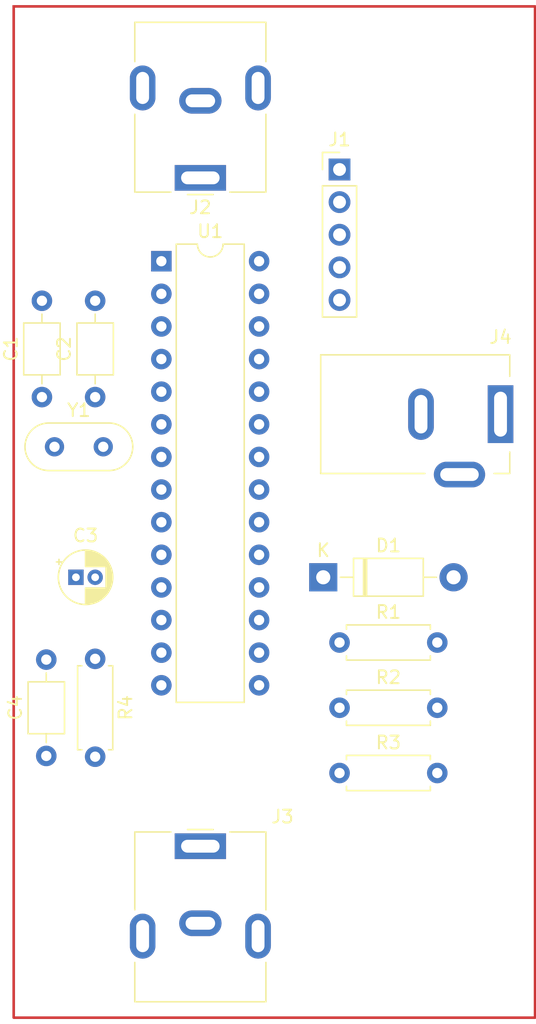
<source format=kicad_pcb>
(kicad_pcb (version 20221018) (generator pcbnew)
  (layers (0 "F.Cu" signal) (31 "B.Cu" signal) (34 "B.Paste" user) (35 "F.Paste" user) (36 "B.SilkS" user "B.Silkscreen") (37 "F.SilkS" user "F.Silkscreen") (38 "B.Mask" user) (39 "F.Mask" user) (44 "Edge.Cuts" user))
  (net 0 "")
  (net 1 "Net-(U1-XTAL2{slash}PB7)")
  (net 2 "Net-(J2-Ext)")
  (net 3 "Net-(U1-XTAL1{slash}PB6)")
  (net 4 "Net-(U1-PD5)")
  (net 5 "Net-(C3-Pad2)")
  (net 6 "Net-(C4-Pad1)")
  (net 7 "Net-(D1-K)")
  (net 8 "Net-(D1-A)")
  (net 9 "Net-(J1-Pin_1)")
  (net 10 "Net-(J1-Pin_2)")
  (net 11 "Net-(J1-Pin_3)")
  (net 12 "Net-(J1-Pin_4)")
  (net 13 "Net-(J1-Pin_5)")
  (net 14 "Net-(J2-In)")
  (net 15 "Net-(J3-In)")
  (net 16 "Net-(U1-AVCC)")
  (footprint "Capacitor_THT:C_Axial_L3.8mm_D2.6mm_P7.50mm_Horizontal" (layer "F.Cu") (at 121.92 97.73 90)
    (fp_text reference "C2" (at 3.75 -2.42 90) (layer "F.SilkS"))
    (fp_text value "22pF")
    (fp_line (start 1.04 0) (end 1.73 0) (stroke (width 0.12)) (layer "F.SilkS"))
    (fp_line (start 1.73 -1.42) (end 1.73 1.42) (stroke (width 0.12)) (layer "F.SilkS"))
    (fp_line (start 1.73 1.42) (end 5.77 1.42) (stroke (width 0.12)) (layer "F.SilkS"))
    (fp_line (start 5.77 -1.42) (end 1.73 -1.42) (stroke (width 0.12)) (layer "F.SilkS"))
    (fp_line (start 5.77 1.42) (end 5.77 -1.42) (stroke (width 0.12)) (layer "F.SilkS"))
    (fp_line (start 6.46 0) (end 5.77 0) (stroke (width 0.12)) (layer "F.SilkS"))
    (pad "1" thru_hole circle (at 0 0 90) (size 1.6 1.6) (drill 0.8) (layers "*.Cu" "*.Mask") (net 3 "Net-(U1-XTAL1{slash}PB6)"))
    (pad "2" thru_hole oval (at 7.5 0 90) (size 1.6 1.6) (drill 0.8) (layers "*.Cu" "*.Mask") (net 2 "Net-(J2-Ext)"))
  )
  (footprint "Connector_BarrelJack:BarrelJack_CUI_PJ-063AH_Horizontal" (layer "F.Cu") (at 130.12 132.7)
    (fp_text reference "J3" (at 6.41 -2.3) (layer "F.SilkS"))
    (fp_text value "audio out")
    (fp_line (start -5.11 -1.11) (end -2.3 -1.11) (stroke (width 0.12)) (layer "F.SilkS"))
    (fp_line (start -5.11 4.95) (end -5.11 -1.11) (stroke (width 0.12)) (layer "F.SilkS"))
    (fp_line (start -5.11 12.11) (end -5.11 9.05) (stroke (width 0.12)) (layer "F.SilkS"))
    (fp_line (start -1 -1.3) (end 1 -1.3) (stroke (width 0.12)) (layer "F.SilkS"))
    (fp_line (start 2.3 -1.11) (end 5.11 -1.11) (stroke (width 0.12)) (layer "F.SilkS"))
    (fp_line (start 5.11 -1.11) (end 5.11 4.95) (stroke (width 0.12)) (layer "F.SilkS"))
    (fp_line (start 5.11 9.05) (end 5.11 12.11) (stroke (width 0.12)) (layer "F.SilkS"))
    (fp_line (start 5.11 12.11) (end -5.11 12.11) (stroke (width 0.12)) (layer "F.SilkS"))
    (pad "" np_thru_hole circle (at 0 9) (size 1.6 1.6) (drill 1.6) (layers "*.Cu" "*.Mask"))
    (pad "1" thru_hole rect (at 0 0) (size 4 2) (drill oval 3 1) (layers "*.Cu" "*.Mask") (net 15 "Net-(J3-In)"))
    (pad "2" thru_hole oval (at 0 6) (size 3.3 2) (drill oval 2.3 1) (layers "*.Cu" "*.Mask") (net 2 "Net-(J2-Ext)"))
    (pad "MP" thru_hole oval (at -4.5 7) (size 2 3.5) (drill oval 1 2.5) (layers "*.Cu" "*.Mask"))
    (pad "MP" thru_hole oval (at 4.5 7) (size 2 3.5) (drill oval 1 2.5) (layers "*.Cu" "*.Mask"))
  )
  (footprint "Resistor_THT:R_Axial_DIN0207_L6.3mm_D2.5mm_P7.62mm_Horizontal" (layer "F.Cu") (at 121.92 118.11 -90)
    (fp_text reference "R4" (at 3.81 -2.37 90) (layer "F.SilkS"))
    (fp_text value "4.7kΩ")
    (fp_line (start 0.54 -1.37) (end 7.08 -1.37) (stroke (width 0.12)) (layer "F.SilkS"))
    (fp_line (start 0.54 -1.04) (end 0.54 -1.37) (stroke (width 0.12)) (layer "F.SilkS"))
    (fp_line (start 0.54 1.04) (end 0.54 1.37) (stroke (width 0.12)) (layer "F.SilkS"))
    (fp_line (start 0.54 1.37) (end 7.08 1.37) (stroke (width 0.12)) (layer "F.SilkS"))
    (fp_line (start 7.08 -1.37) (end 7.08 -1.04) (stroke (width 0.12)) (layer "F.SilkS"))
    (fp_line (start 7.08 1.37) (end 7.08 1.04) (stroke (width 0.12)) (layer "F.SilkS"))
    (pad "1" thru_hole circle (at 0 0 270) (size 1.6 1.6) (drill 0.8) (layers "*.Cu" "*.Mask") (net 5 "Net-(C3-Pad2)"))
    (pad "2" thru_hole oval (at 7.62 0 270) (size 1.6 1.6) (drill 0.8) (layers "*.Cu" "*.Mask") (net 6 "Net-(C4-Pad1)"))
  )
  (footprint "Capacitor_THT:C_Axial_L3.8mm_D2.6mm_P7.50mm_Horizontal" (layer "F.Cu") (at 117.77 97.73 90)
    (fp_text reference "C1" (at 3.75 -2.42 90) (layer "F.SilkS"))
    (fp_text value "22pF")
    (fp_line (start 1.04 0) (end 1.73 0) (stroke (width 0.12)) (layer "F.SilkS"))
    (fp_line (start 1.73 -1.42) (end 1.73 1.42) (stroke (width 0.12)) (layer "F.SilkS"))
    (fp_line (start 1.73 1.42) (end 5.77 1.42) (stroke (width 0.12)) (layer "F.SilkS"))
    (fp_line (start 5.77 -1.42) (end 1.73 -1.42) (stroke (width 0.12)) (layer "F.SilkS"))
    (fp_line (start 5.77 1.42) (end 5.77 -1.42) (stroke (width 0.12)) (layer "F.SilkS"))
    (fp_line (start 6.46 0) (end 5.77 0) (stroke (width 0.12)) (layer "F.SilkS"))
    (pad "1" thru_hole circle (at 0 0 90) (size 1.6 1.6) (drill 0.8) (layers "*.Cu" "*.Mask") (net 1 "Net-(U1-XTAL2{slash}PB7)"))
    (pad "2" thru_hole oval (at 7.5 0 90) (size 1.6 1.6) (drill 0.8) (layers "*.Cu" "*.Mask") (net 2 "Net-(J2-Ext)"))
  )
  (footprint "Resistor_THT:R_Axial_DIN0207_L6.3mm_D2.5mm_P7.62mm_Horizontal" (layer "F.Cu") (at 140.97 127)
    (fp_text reference "R3" (at 3.81 -2.37) (layer "F.SilkS"))
    (fp_text value "2.2kΩ")
    (fp_line (start 0.54 -1.37) (end 7.08 -1.37) (stroke (width 0.12)) (layer "F.SilkS"))
    (fp_line (start 0.54 -1.04) (end 0.54 -1.37) (stroke (width 0.12)) (layer "F.SilkS"))
    (fp_line (start 0.54 1.04) (end 0.54 1.37) (stroke (width 0.12)) (layer "F.SilkS"))
    (fp_line (start 0.54 1.37) (end 7.08 1.37) (stroke (width 0.12)) (layer "F.SilkS"))
    (fp_line (start 7.08 -1.37) (end 7.08 -1.04) (stroke (width 0.12)) (layer "F.SilkS"))
    (fp_line (start 7.08 1.37) (end 7.08 1.04) (stroke (width 0.12)) (layer "F.SilkS"))
    (pad "1" thru_hole circle (at 0 0) (size 1.6 1.6) (drill 0.8) (layers "*.Cu" "*.Mask") (net 15 "Net-(J3-In)"))
    (pad "2" thru_hole oval (at 7.62 0) (size 1.6 1.6) (drill 0.8) (layers "*.Cu" "*.Mask") (net 6 "Net-(C4-Pad1)"))
  )
  (footprint "Connector_BarrelJack:BarrelJack_Kycon_KLDX-0202-xC_Horizontal" (layer "F.Cu") (at 153.52 99.06)
    (fp_text reference "J4" (at 0 -6 unlocked) (layer "F.SilkS"))
    (fp_text value "dc in")
    (fp_line (start -14.02 -4.62) (end -14.02 4.62) (stroke (width 0.12)) (layer "F.SilkS"))
    (fp_line (start -14.02 4.62) (end -5.9 4.62) (stroke (width 0.12)) (layer "F.SilkS"))
    (fp_line (start -0.5 4.62) (end 0.72 4.62) (stroke (width 0.12)) (layer "F.SilkS"))
    (fp_line (start 0.72 -4.62) (end -14.02 -4.62) (stroke (width 0.12)) (layer "F.SilkS"))
    (fp_line (start 0.72 -2.95) (end 0.72 -4.62) (stroke (width 0.12)) (layer "F.SilkS"))
    (fp_line (start 0.72 4.62) (end 0.72 2.95) (stroke (width 0.12)) (layer "F.SilkS"))
    (pad "1" thru_hole rect (at 0 0) (size 2 4.5) (drill oval 1 3.5) (layers "*.Cu" "*.Mask") (net 16 "Net-(U1-AVCC)"))
    (pad "2" thru_hole oval (at -6.2 0) (size 2 4) (drill oval 1 3) (layers "*.Cu" "*.Mask") (net 2 "Net-(J2-Ext)"))
    (pad "3" thru_hole oval (at -3.2 4.7 90) (size 2 4) (drill oval 1 3) (layers "*.Cu" "*.Mask"))
  )
  (footprint "Crystal:Crystal_HC52-6mm_Vertical" (layer "F.Cu") (at 118.75 101.6)
    (fp_text reference "Y1" (at 1.9 -2.85) (layer "F.SilkS"))
    (fp_text value "16MHz")
    (fp_line (start -0.45 -1.85) (end 4.25 -1.85) (stroke (width 0.12)) (layer "F.SilkS"))
    (fp_line (start -0.45 1.85) (end 4.25 1.85) (stroke (width 0.12)) (layer "F.SilkS"))
    (fp_arc (start -0.45 1.85) (mid -2.3 0) (end -0.45 -1.85) (stroke (width 0.12)) (layer "F.SilkS"))
    (fp_arc (start 4.25 -1.85) (mid 6.1 0) (end 4.25 1.85) (stroke (width 0.12)) (layer "F.SilkS"))
    (pad "1" thru_hole circle (at 0 0) (size 1.5 1.5) (drill 0.8) (layers "*.Cu" "*.Mask") (net 1 "Net-(U1-XTAL2{slash}PB7)"))
    (pad "2" thru_hole circle (at 3.8 0) (size 1.5 1.5) (drill 0.8) (layers "*.Cu" "*.Mask") (net 3 "Net-(U1-XTAL1{slash}PB6)"))
  )
  (footprint "Resistor_THT:R_Axial_DIN0207_L6.3mm_D2.5mm_P7.62mm_Horizontal" (layer "F.Cu") (at 140.97 116.84)
    (fp_text reference "R1" (at 3.81 -2.37) (layer "F.SilkS"))
    (fp_text value "10kΩ")
    (fp_line (start 0.54 -1.37) (end 7.08 -1.37) (stroke (width 0.12)) (layer "F.SilkS"))
    (fp_line (start 0.54 -1.04) (end 0.54 -1.37) (stroke (width 0.12)) (layer "F.SilkS"))
    (fp_line (start 0.54 1.04) (end 0.54 1.37) (stroke (width 0.12)) (layer "F.SilkS"))
    (fp_line (start 0.54 1.37) (end 7.08 1.37) (stroke (width 0.12)) (layer "F.SilkS"))
    (fp_line (start 7.08 -1.37) (end 7.08 -1.04) (stroke (width 0.12)) (layer "F.SilkS"))
    (fp_line (start 7.08 1.37) (end 7.08 1.04) (stroke (width 0.12)) (layer "F.SilkS"))
    (pad "1" thru_hole circle (at 0 0) (size 1.6 1.6) (drill 0.8) (layers "*.Cu" "*.Mask") (net 16 "Net-(U1-AVCC)"))
    (pad "2" thru_hole oval (at 7.62 0) (size 1.6 1.6) (drill 0.8) (layers "*.Cu" "*.Mask") (net 9 "Net-(J1-Pin_1)"))
  )
  (footprint "Package_DIP:DIP-28_W7.62mm" (layer "F.Cu") (at 127.08 87.15)
    (fp_text reference "U1" (at 3.81 -2.33) (layer "F.SilkS"))
    (fp_text value "ATmega328P-P")
    (fp_line (start 1.16 -1.33) (end 1.16 34.35) (stroke (width 0.12)) (layer "F.SilkS"))
    (fp_line (start 1.16 34.35) (end 6.46 34.35) (stroke (width 0.12)) (layer "F.SilkS"))
    (fp_line (start 2.81 -1.33) (end 1.16 -1.33) (stroke (width 0.12)) (layer "F.SilkS"))
    (fp_line (start 6.46 -1.33) (end 4.81 -1.33) (stroke (width 0.12)) (layer "F.SilkS"))
    (fp_line (start 6.46 34.35) (end 6.46 -1.33) (stroke (width 0.12)) (layer "F.SilkS"))
    (fp_arc (start 4.81 -1.33) (mid 3.81 -0.33) (end 2.81 -1.33) (stroke (width 0.12)) (layer "F.SilkS"))
    (pad "1" thru_hole rect (at 0 0) (size 1.6 1.6) (drill 0.8) (layers "*.Cu" "*.Mask") (net 9 "Net-(J1-Pin_1)"))
    (pad "2" thru_hole oval (at 0 2.54) (size 1.6 1.6) (drill 0.8) (layers "*.Cu" "*.Mask"))
    (pad "3" thru_hole oval (at 0 5.08) (size 1.6 1.6) (drill 0.8) (layers "*.Cu" "*.Mask"))
    (pad "4" thru_hole oval (at 0 7.62) (size 1.6 1.6) (drill 0.8) (layers "*.Cu" "*.Mask"))
    (pad "5" thru_hole oval (at 0 10.16) (size 1.6 1.6) (drill 0.8) (layers "*.Cu" "*.Mask"))
    (pad "6" thru_hole oval (at 0 12.7) (size 1.6 1.6) (drill 0.8) (layers "*.Cu" "*.Mask"))
    (pad "7" thru_hole oval (at 0 15.24) (size 1.6 1.6) (drill 0.8) (layers "*.Cu" "*.Mask") (net 16 "Net-(U1-AVCC)"))
    (pad "8" thru_hole oval (at 0 17.78) (size 1.6 1.6) (drill 0.8) (layers "*.Cu" "*.Mask") (net 2 "Net-(J2-Ext)"))
    (pad "9" thru_hole oval (at 0 20.32) (size 1.6 1.6) (drill 0.8) (layers "*.Cu" "*.Mask") (net 3 "Net-(U1-XTAL1{slash}PB6)"))
    (pad "10" thru_hole oval (at 0 22.86) (size 1.6 1.6) (drill 0.8) (layers "*.Cu" "*.Mask") (net 1 "Net-(U1-XTAL2{slash}PB7)"))
    (pad "11" thru_hole oval (at 0 25.4) (size 1.6 1.6) (drill 0.8) (layers "*.Cu" "*.Mask") (net 4 "Net-(U1-PD5)"))
    (pad "12" thru_hole oval (at 0 27.94) (size 1.6 1.6) (drill 0.8) (layers "*.Cu" "*.Mask"))
    (pad "13" thru_hole oval (at 0 30.48) (size 1.6 1.6) (drill 0.8) (layers "*.Cu" "*.Mask"))
    (pad "14" thru_hole oval (at 0 33.02) (size 1.6 1.6) (drill 0.8) (layers "*.Cu" "*.Mask"))
    (pad "15" thru_hole oval (at 7.62 33.02) (size 1.6 1.6) (drill 0.8) (layers "*.Cu" "*.Mask"))
    (pad "16" thru_hole oval (at 7.62 30.48) (size 1.6 1.6) (drill 0.8) (layers "*.Cu" "*.Mask") (net 10 "Net-(J1-Pin_2)"))
    (pad "17" thru_hole oval (at 7.62 27.94) (size 1.6 1.6) (drill 0.8) (layers "*.Cu" "*.Mask") (net 11 "Net-(J1-Pin_3)"))
    (pad "18" thru_hole oval (at 7.62 25.4) (size 1.6 1.6) (drill 0.8) (layers "*.Cu" "*.Mask") (net 12 "Net-(J1-Pin_4)"))
    (pad "19" thru_hole oval (at 7.62 22.86) (size 1.6 1.6) (drill 0.8) (layers "*.Cu" "*.Mask") (net 13 "Net-(J1-Pin_5)"))
    (pad "20" thru_hole oval (at 7.62 20.32) (size 1.6 1.6) (drill 0.8) (layers "*.Cu" "*.Mask") (net 16 "Net-(U1-AVCC)"))
    (pad "21" thru_hole oval (at 7.62 17.78) (size 1.6 1.6) (drill 0.8) (layers "*.Cu" "*.Mask"))
    (pad "22" thru_hole oval (at 7.62 15.24) (size 1.6 1.6) (drill 0.8) (layers "*.Cu" "*.Mask") (net 2 "Net-(J2-Ext)"))
    (pad "23" thru_hole oval (at 7.62 12.7) (size 1.6 1.6) (drill 0.8) (layers "*.Cu" "*.Mask") (net 7 "Net-(D1-K)"))
    (pad "24" thru_hole oval (at 7.62 10.16) (size 1.6 1.6) (drill 0.8) (layers "*.Cu" "*.Mask"))
    (pad "25" thru_hole oval (at 7.62 7.62) (size 1.6 1.6) (drill 0.8) (layers "*.Cu" "*.Mask"))
    (pad "26" thru_hole oval (at 7.62 5.08) (size 1.6 1.6) (drill 0.8) (layers "*.Cu" "*.Mask"))
    (pad "27" thru_hole oval (at 7.62 2.54) (size 1.6 1.6) (drill 0.8) (layers "*.Cu" "*.Mask"))
    (pad "28" thru_hole oval (at 7.62 0) (size 1.6 1.6) (drill 0.8) (layers "*.Cu" "*.Mask"))
  )
  (footprint "Connector_BarrelJack:BarrelJack_CUI_PJ-063AH_Horizontal" (layer "F.Cu") (at 130.12 80.66 180)
    (fp_text reference "J2" (at 0 -2.3) (layer "F.SilkS"))
    (fp_text value "audio in")
    (fp_line (start -5.11 -1.11) (end -2.3 -1.11) (stroke (width 0.12)) (layer "F.SilkS"))
    (fp_line (start -5.11 4.95) (end -5.11 -1.11) (stroke (width 0.12)) (layer "F.SilkS"))
    (fp_line (start -5.11 12.11) (end -5.11 9.05) (stroke (width 0.12)) (layer "F.SilkS"))
    (fp_line (start -1 -1.3) (end 1 -1.3) (stroke (width 0.12)) (layer "F.SilkS"))
    (fp_line (start 2.3 -1.11) (end 5.11 -1.11) (stroke (width 0.12)) (layer "F.SilkS"))
    (fp_line (start 5.11 -1.11) (end 5.11 4.95) (stroke (width 0.12)) (layer "F.SilkS"))
    (fp_line (start 5.11 9.05) (end 5.11 12.11) (stroke (width 0.12)) (layer "F.SilkS"))
    (fp_line (start 5.11 12.11) (end -5.11 12.11) (stroke (width 0.12)) (layer "F.SilkS"))
    (pad "" np_thru_hole circle (at 0 9 180) (size 1.6 1.6) (drill 1.6) (layers "*.Cu" "*.Mask"))
    (pad "1" thru_hole rect (at 0 0 180) (size 4 2) (drill oval 3 1) (layers "*.Cu" "*.Mask") (net 14 "Net-(J2-In)"))
    (pad "2" thru_hole oval (at 0 6 180) (size 3.3 2) (drill oval 2.3 1) (layers "*.Cu" "*.Mask") (net 2 "Net-(J2-Ext)"))
    (pad "MP" thru_hole oval (at -4.5 7 180) (size 2 3.5) (drill oval 1 2.5) (layers "*.Cu" "*.Mask"))
    (pad "MP" thru_hole oval (at 4.5 7 180) (size 2 3.5) (drill oval 1 2.5) (layers "*.Cu" "*.Mask"))
  )
  (footprint "Resistor_THT:R_Axial_DIN0207_L6.3mm_D2.5mm_P7.62mm_Horizontal" (layer "F.Cu") (at 140.97 121.92)
    (fp_text reference "R2" (at 3.81 -2.37) (layer "F.SilkS"))
    (fp_text value "2.2kΩ")
    (fp_line (start 0.54 -1.37) (end 7.08 -1.37) (stroke (width 0.12)) (layer "F.SilkS"))
    (fp_line (start 0.54 -1.04) (end 0.54 -1.37) (stroke (width 0.12)) (layer "F.SilkS"))
    (fp_line (start 0.54 1.04) (end 0.54 1.37) (stroke (width 0.12)) (layer "F.SilkS"))
    (fp_line (start 0.54 1.37) (end 7.08 1.37) (stroke (width 0.12)) (layer "F.SilkS"))
    (fp_line (start 7.08 -1.37) (end 7.08 -1.04) (stroke (width 0.12)) (layer "F.SilkS"))
    (fp_line (start 7.08 1.37) (end 7.08 1.04) (stroke (width 0.12)) (layer "F.SilkS"))
    (pad "1" thru_hole circle (at 0 0) (size 1.6 1.6) (drill 0.8) (layers "*.Cu" "*.Mask") (net 14 "Net-(J2-In)"))
    (pad "2" thru_hole oval (at 7.62 0) (size 1.6 1.6) (drill 0.8) (layers "*.Cu" "*.Mask") (net 8 "Net-(D1-A)"))
  )
  (footprint "Capacitor_THT:CP_Radial_D4.0mm_P1.50mm" (layer "F.Cu") (at 120.42 111.76)
    (fp_text reference "C3" (at 0.75 -3.25) (layer "F.SilkS"))
    (fp_text value "2.2uF")
    (fp_line (start -1.519801 -1.195) (end -1.119801 -1.195) (stroke (width 0.12)) (layer "F.SilkS"))
    (fp_line (start -1.319801 -1.395) (end -1.319801 -0.995) (stroke (width 0.12)) (layer "F.SilkS"))
    (fp_line (start 0.75 -2.08) (end 0.75 -0.84) (stroke (width 0.12)) (layer "F.SilkS"))
    (fp_line (start 0.75 0.84) (end 0.75 2.08) (stroke (width 0.12)) (layer "F.SilkS"))
    (fp_line (start 0.79 -2.08) (end 0.79 -0.84) (stroke (width 0.12)) (layer "F.SilkS"))
    (fp_line (start 0.79 0.84) (end 0.79 2.08) (stroke (width 0.12)) (layer "F.SilkS"))
    (fp_line (start 0.83 -2.079) (end 0.83 -0.84) (stroke (width 0.12)) (layer "F.SilkS"))
    (fp_line (start 0.83 0.84) (end 0.83 2.079) (stroke (width 0.12)) (layer "F.SilkS"))
    (fp_line (start 0.87 -2.077) (end 0.87 -0.84) (stroke (width 0.12)) (layer "F.SilkS"))
    (fp_line (start 0.87 0.84) (end 0.87 2.077) (stroke (width 0.12)) (layer "F.SilkS"))
    (fp_line (start 0.91 -2.074) (end 0.91 -0.84) (stroke (width 0.12)) (layer "F.SilkS"))
    (fp_line (start 0.91 0.84) (end 0.91 2.074) (stroke (width 0.12)) (layer "F.SilkS"))
    (fp_line (start 0.95 -2.071) (end 0.95 -0.84) (stroke (width 0.12)) (layer "F.SilkS"))
    (fp_line (start 0.95 0.84) (end 0.95 2.071) (stroke (width 0.12)) (layer "F.SilkS"))
    (fp_line (start 0.99 -2.067) (end 0.99 -0.84) (stroke (width 0.12)) (layer "F.SilkS"))
    (fp_line (start 0.99 0.84) (end 0.99 2.067) (stroke (width 0.12)) (layer "F.SilkS"))
    (fp_line (start 1.03 -2.062) (end 1.03 -0.84) (stroke (width 0.12)) (layer "F.SilkS"))
    (fp_line (start 1.03 0.84) (end 1.03 2.062) (stroke (width 0.12)) (layer "F.SilkS"))
    (fp_line (start 1.07 -2.056) (end 1.07 -0.84) (stroke (width 0.12)) (layer "F.SilkS"))
    (fp_line (start 1.07 0.84) (end 1.07 2.056) (stroke (width 0.12)) (layer "F.SilkS"))
    (fp_line (start 1.11 -2.05) (end 1.11 -0.84) (stroke (width 0.12)) (layer "F.SilkS"))
    (fp_line (start 1.11 0.84) (end 1.11 2.05) (stroke (width 0.12)) (layer "F.SilkS"))
    (fp_line (start 1.15 -2.042) (end 1.15 -0.84) (stroke (width 0.12)) (layer "F.SilkS"))
    (fp_line (start 1.15 0.84) (end 1.15 2.042) (stroke (width 0.12)) (layer "F.SilkS"))
    (fp_line (start 1.19 -2.034) (end 1.19 -0.84) (stroke (width 0.12)) (layer "F.SilkS"))
    (fp_line (start 1.19 0.84) (end 1.19 2.034) (stroke (width 0.12)) (layer "F.SilkS"))
    (fp_line (start 1.23 -2.025) (end 1.23 -0.84) (stroke (width 0.12)) (layer "F.SilkS"))
    (fp_line (start 1.23 0.84) (end 1.23 2.025) (stroke (width 0.12)) (layer "F.SilkS"))
    (fp_line (start 1.27 -2.016) (end 1.27 -0.84) (stroke (width 0.12)) (layer "F.SilkS"))
    (fp_line (start 1.27 0.84) (end 1.27 2.016) (stroke (width 0.12)) (layer "F.SilkS"))
    (fp_line (start 1.31 -2.005) (end 1.31 -0.84) (stroke (width 0.12)) (layer "F.SilkS"))
    (fp_line (start 1.31 0.84) (end 1.31 2.005) (stroke (width 0.12)) (layer "F.SilkS"))
    (fp_line (start 1.35 -1.994) (end 1.35 -0.84) (stroke (width 0.12)) (layer "F.SilkS"))
    (fp_line (start 1.35 0.84) (end 1.35 1.994) (stroke (width 0.12)) (layer "F.SilkS"))
    (fp_line (start 1.39 -1.982) (end 1.39 -0.84) (stroke (width 0.12)) (layer "F.SilkS"))
    (fp_line (start 1.39 0.84) (end 1.39 1.982) (stroke (width 0.12)) (layer "F.SilkS"))
    (fp_line (start 1.43 -1.968) (end 1.43 -0.84) (stroke (width 0.12)) (layer "F.SilkS"))
    (fp_line (start 1.43 0.84) (end 1.43 1.968) (stroke (width 0.12)) (layer "F.SilkS"))
    (fp_line (start 1.471 -1.954) (end 1.471 -0.84) (stroke (width 0.12)) (layer "F.SilkS"))
    (fp_line (start 1.471 0.84) (end 1.471 1.954) (stroke (width 0.12)) (layer "F.SilkS"))
    (fp_line (start 1.511 -1.94) (end 1.511 -0.84) (stroke (width 0.12)) (layer "F.SilkS"))
    (fp_line (start 1.511 0.84) (end 1.511 1.94) (stroke (width 0.12)) (layer "F.SilkS"))
    (fp_line (start 1.551 -1.924) (end 1.551 -0.84) (stroke (width 0.12)) (layer "F.SilkS"))
    (fp_line (start 1.551 0.84) (end 1.551 1.924) (stroke (width 0.12)) (layer "F.SilkS"))
    (fp_line (start 1.591 -1.907) (end 1.591 -0.84) (stroke (width 0.12)) (layer "F.SilkS"))
    (fp_line (start 1.591 0.84) (end 1.591 1.907) (stroke (width 0.12)) (layer "F.SilkS"))
    (fp_line (start 1.631 -1.889) (end 1.631 -0.84) (stroke (width 0.12)) (layer "F.SilkS"))
    (fp_line (start 1.631 0.84) (end 1.631 1.889) (stroke (width 0.12)) (layer "F.SilkS"))
    (fp_line (start 1.671 -1.87) (end 1.671 -0.84) (stroke (width 0.12)) (layer "F.SilkS"))
    (fp_line (start 1.671 0.84) (end 1.671 1.87) (stroke (width 0.12)) (layer "F.SilkS"))
    (fp_line (start 1.711 -1.851) (end 1.711 -0.84) (stroke (width 0.12)) (layer "F.SilkS"))
    (fp_line (start 1.711 0.84) (end 1.711 1.851) (stroke (width 0.12)) (layer "F.SilkS"))
    (fp_line (start 1.751 -1.83) (end 1.751 -0.84) (stroke (width 0.12)) (layer "F.SilkS"))
    (fp_line (start 1.751 0.84) (end 1.751 1.83) (stroke (width 0.12)) (layer "F.SilkS"))
    (fp_line (start 1.791 -1.808) (end 1.791 -0.84) (stroke (width 0.12)) (layer "F.SilkS"))
    (fp_line (start 1.791 0.84) (end 1.791 1.808) (stroke (width 0.12)) (layer "F.SilkS"))
    (fp_line (start 1.831 -1.785) (end 1.831 -0.84) (stroke (width 0.12)) (layer "F.SilkS"))
    (fp_line (start 1.831 0.84) (end 1.831 1.785) (stroke (width 0.12)) (layer "F.SilkS"))
    (fp_line (start 1.871 -1.76) (end 1.871 -0.84) (stroke (width 0.12)) (layer "F.SilkS"))
    (fp_line (start 1.871 0.84) (end 1.871 1.76) (stroke (width 0.12)) (layer "F.SilkS"))
    (fp_line (start 1.911 -1.735) (end 1.911 -0.84) (stroke (width 0.12)) (layer "F.SilkS"))
    (fp_line (start 1.911 0.84) (end 1.911 1.735) (stroke (width 0.12)) (layer "F.SilkS"))
    (fp_line (start 1.951 -1.708) (end 1.951 -0.84) (stroke (width 0.12)) (layer "F.SilkS"))
    (fp_line (start 1.951 0.84) (end 1.951 1.708) (stroke (width 0.12)) (layer "F.SilkS"))
    (fp_line (start 1.991 -1.68) (end 1.991 -0.84) (stroke (width 0.12)) (layer "F.SilkS"))
    (fp_line (start 1.991 0.84) (end 1.991 1.68) (stroke (width 0.12)) (layer "F.SilkS"))
    (fp_line (start 2.031 -1.65) (end 2.031 -0.84) (stroke (width 0.12)) (layer "F.SilkS"))
    (fp_line (start 2.031 0.84) (end 2.031 1.65) (stroke (width 0.12)) (layer "F.SilkS"))
    (fp_line (start 2.071 -1.619) (end 2.071 -0.84) (stroke (width 0.12)) (layer "F.SilkS"))
    (fp_line (start 2.071 0.84) (end 2.071 1.619) (stroke (width 0.12)) (layer "F.SilkS"))
    (fp_line (start 2.111 -1.587) (end 2.111 -0.84) (stroke (width 0.12)) (layer "F.SilkS"))
    (fp_line (start 2.111 0.84) (end 2.111 1.587) (stroke (width 0.12)) (layer "F.SilkS"))
    (fp_line (start 2.151 -1.552) (end 2.151 -0.84) (stroke (width 0.12)) (layer "F.SilkS"))
    (fp_line (start 2.151 0.84) (end 2.151 1.552) (stroke (width 0.12)) (layer "F.SilkS"))
    (fp_line (start 2.191 -1.516) (end 2.191 -0.84) (stroke (width 0.12)) (layer "F.SilkS"))
    (fp_line (start 2.191 0.84) (end 2.191 1.516) (stroke (width 0.12)) (layer "F.SilkS"))
    (fp_line (start 2.231 -1.478) (end 2.231 -0.84) (stroke (width 0.12)) (layer "F.SilkS"))
    (fp_line (start 2.231 0.84) (end 2.231 1.478) (stroke (width 0.12)) (layer "F.SilkS"))
    (fp_line (start 2.271 -1.438) (end 2.271 -0.84) (stroke (width 0.12)) (layer "F.SilkS"))
    (fp_line (start 2.271 0.84) (end 2.271 1.438) (stroke (width 0.12)) (layer "F.SilkS"))
    (fp_line (start 2.311 -1.396) (end 2.311 -0.84) (stroke (width 0.12)) (layer "F.SilkS"))
    (fp_line (start 2.311 0.84) (end 2.311 1.396) (stroke (width 0.12)) (layer "F.SilkS"))
    (fp_line (start 2.351 -1.351) (end 2.351 1.351) (stroke (width 0.12)) (layer "F.SilkS"))
    (fp_line (start 2.391 -1.304) (end 2.391 1.304) (stroke (width 0.12)) (layer "F.SilkS"))
    (fp_line (start 2.431 -1.254) (end 2.431 1.254) (stroke (width 0.12)) (layer "F.SilkS"))
    (fp_line (start 2.471 -1.2) (end 2.471 1.2) (stroke (width 0.12)) (layer "F.SilkS"))
    (fp_line (start 2.511 -1.142) (end 2.511 1.142) (stroke (width 0.12)) (layer "F.SilkS"))
    (fp_line (start 2.551 -1.08) (end 2.551 1.08) (stroke (width 0.12)) (layer "F.SilkS"))
    (fp_line (start 2.591 -1.013) (end 2.591 1.013) (stroke (width 0.12)) (layer "F.SilkS"))
    (fp_line (start 2.631 -0.94) (end 2.631 0.94) (stroke (width 0.12)) (layer "F.SilkS"))
    (fp_line (start 2.671 -0.859) (end 2.671 0.859) (stroke (width 0.12)) (layer "F.SilkS"))
    (fp_line (start 2.711 -0.768) (end 2.711 0.768) (stroke (width 0.12)) (layer "F.SilkS"))
    (fp_line (start 2.751 -0.664) (end 2.751 0.664) (stroke (width 0.12)) (layer "F.SilkS"))
    (fp_line (start 2.791 -0.537) (end 2.791 0.537) (stroke (width 0.12)) (layer "F.SilkS"))
    (fp_line (start 2.831 -0.37) (end 2.831 0.37) (stroke (width 0.12)) (layer "F.SilkS"))
    (fp_circle (center 0.75 0) (end 2.87 0) (stroke (width 0.12)) (fill none) (layer "F.SilkS"))
    (pad "1" thru_hole rect (at 0 0) (size 1.2 1.2) (drill 0.6) (layers "*.Cu" "*.Mask") (net 4 "Net-(U1-PD5)"))
    (pad "2" thru_hole circle (at 1.5 0) (size 1.2 1.2) (drill 0.6) (layers "*.Cu" "*.Mask") (net 5 "Net-(C3-Pad2)"))
  )
  (footprint "Diode_THT:D_DO-41_SOD81_P10.16mm_Horizontal" (layer "F.Cu") (at 139.7 111.76)
    (fp_text reference "D1" (at 5.08 -2.47) (layer "F.SilkS"))
    (fp_text value "1N4001")
    (fp_text user "K" (at 0 -2.1) (layer "F.SilkS"))
    (fp_line (start 1.34 0) (end 2.36 0) (stroke (width 0.12)) (layer "F.SilkS"))
    (fp_line (start 2.36 -1.47) (end 2.36 1.47) (stroke (width 0.12)) (layer "F.SilkS"))
    (fp_line (start 2.36 1.47) (end 7.8 1.47) (stroke (width 0.12)) (layer "F.SilkS"))
    (fp_line (start 3.14 -1.47) (end 3.14 1.47) (stroke (width 0.12)) (layer "F.SilkS"))
    (fp_line (start 3.26 -1.47) (end 3.26 1.47) (stroke (width 0.12)) (layer "F.SilkS"))
    (fp_line (start 3.38 -1.47) (end 3.38 1.47) (stroke (width 0.12)) (layer "F.SilkS"))
    (fp_line (start 7.8 -1.47) (end 2.36 -1.47) (stroke (width 0.12)) (layer "F.SilkS"))
    (fp_line (start 7.8 1.47) (end 7.8 -1.47) (stroke (width 0.12)) (layer "F.SilkS"))
    (fp_line (start 8.82 0) (end 7.8 0) (stroke (width 0.12)) (layer "F.SilkS"))
    (pad "1" thru_hole rect (at 0 0) (size 2.2 2.2) (drill 1.1) (layers "*.Cu" "*.Mask") (net 7 "Net-(D1-K)"))
    (pad "2" thru_hole oval (at 10.16 0) (size 2.2 2.2) (drill 1.1) (layers "*.Cu" "*.Mask") (net 8 "Net-(D1-A)"))
  )
  (footprint "Connector_PinHeader_2.54mm:PinHeader_1x05_P2.54mm_Vertical" (layer "F.Cu") (at 140.97 80.01)
    (fp_text reference "J1" (at 0 -2.33) (layer "F.SilkS"))
    (fp_text value "flash connector")
    (fp_line (start -1.33 -1.33) (end 0 -1.33) (stroke (width 0.12)) (layer "F.SilkS"))
    (fp_line (start -1.33 0) (end -1.33 -1.33) (stroke (width 0.12)) (layer "F.SilkS"))
    (fp_line (start -1.33 1.27) (end -1.33 11.49) (stroke (width 0.12)) (layer "F.SilkS"))
    (fp_line (start -1.33 1.27) (end 1.33 1.27) (stroke (width 0.12)) (layer "F.SilkS"))
    (fp_line (start -1.33 11.49) (end 1.33 11.49) (stroke (width 0.12)) (layer "F.SilkS"))
    (fp_line (start 1.33 1.27) (end 1.33 11.49) (stroke (width 0.12)) (layer "F.SilkS"))
    (pad "1" thru_hole rect (at 0 0) (size 1.7 1.7) (drill 1) (layers "*.Cu" "*.Mask") (net 9 "Net-(J1-Pin_1)"))
    (pad "2" thru_hole oval (at 0 2.54) (size 1.7 1.7) (drill 1) (layers "*.Cu" "*.Mask") (net 10 "Net-(J1-Pin_2)"))
    (pad "3" thru_hole oval (at 0 5.08) (size 1.7 1.7) (drill 1) (layers "*.Cu" "*.Mask") (net 11 "Net-(J1-Pin_3)"))
    (pad "4" thru_hole oval (at 0 7.62) (size 1.7 1.7) (drill 1) (layers "*.Cu" "*.Mask") (net 12 "Net-(J1-Pin_4)"))
    (pad "5" thru_hole oval (at 0 10.16) (size 1.7 1.7) (drill 1) (layers "*.Cu" "*.Mask") (net 13 "Net-(J1-Pin_5)"))
  )
  (footprint "Capacitor_THT:C_Axial_L3.8mm_D2.6mm_P7.50mm_Horizontal" (layer "F.Cu") (at 118.11 125.67 90)
    (fp_text reference "C4" (at 3.75 -2.42 90) (layer "F.SilkS"))
    (fp_text value "33nF")
    (fp_line (start 1.04 0) (end 1.73 0) (stroke (width 0.12)) (layer "F.SilkS"))
    (fp_line (start 1.73 -1.42) (end 1.73 1.42) (stroke (width 0.12)) (layer "F.SilkS"))
    (fp_line (start 1.73 1.42) (end 5.77 1.42) (stroke (width 0.12)) (layer "F.SilkS"))
    (fp_line (start 5.77 -1.42) (end 1.73 -1.42) (stroke (width 0.12)) (layer "F.SilkS"))
    (fp_line (start 5.77 1.42) (end 5.77 -1.42) (stroke (width 0.12)) (layer "F.SilkS"))
    (fp_line (start 6.46 0) (end 5.77 0) (stroke (width 0.12)) (layer "F.SilkS"))
    (pad "1" thru_hole circle (at 0 0 90) (size 1.6 1.6) (drill 0.8) (layers "*.Cu" "*.Mask") (net 6 "Net-(C4-Pad1)"))
    (pad "2" thru_hole oval (at 7.5 0 90) (size 1.6 1.6) (drill 0.8) (layers "*.Cu" "*.Mask") (net 2 "Net-(J2-Ext)"))
  )
  (gr_rect (start 115.57 67.31) (end 156.21 146.05) (stroke (width 0.2)) (fill none) (layer "F.Cu"))
)
</source>
